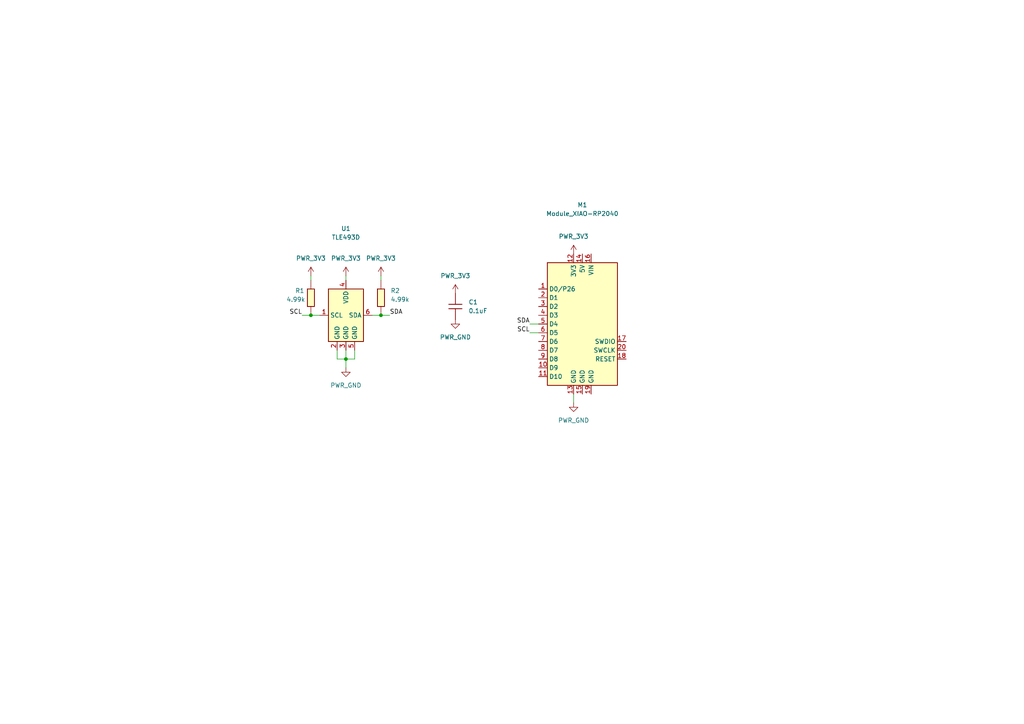
<source format=kicad_sch>
(kicad_sch (version 20250114) (generator "eeschema") (generator_version "9.0")
  (paper "A4")
  (lib_symbols
    (symbol "fab:C_1206" (pin_numbers (hide yes))
      (property "Reference" "C" (at 0.635 2.54 0))
      (property "Value" "C_1206" (at 0.635 -2.54 0))
      (symbol "C_1206_1_1"
        (polyline (pts (xy -1.905 0.635) (xy 1.905 0.635)) (stroke (width 0.25)))
        (polyline (pts (xy -1.905 -0.635) (xy 1.905 -0.635)) (stroke (width 0.25)))
        (pin passive line (at 0 3.81 270) (length 3.175) (name "~") (number "1"))
        (pin passive line (at 0 -3.81 90) (length 3.175) (name "~") (number "2"))
      )
    )
    (symbol "fab:Module_XIAO-RP2040"
      (property "Reference" "M1" (at 21.59 3.8802 0))
      (property "Value" "Module_XIAO-RP2040" (at 21.59 1.3402 0))
      (symbol "Module_XIAO-RP2040_1_1"
        (rectangle (start -10.16 20.32) (end 10.16 -15.24) (stroke (width 0.254)) (fill (type background)))
        (pin bidirectional line (at -12.7 12.7 0) (length 2.54) (name "D0/P26") (number "1"))
        (pin bidirectional line (at -12.7 10.16 0) (length 2.54) (name "D1") (number "2"))
        (pin bidirectional line (at -12.7 7.62 0) (length 2.54) (name "D2") (number "3"))
        (pin bidirectional line (at -12.7 5.08 0) (length 2.54) (name "D3") (number "4"))
        (pin bidirectional line (at -12.7 2.54 0) (length 2.54) (name "D4") (number "5"))
        (pin bidirectional line (at -12.7 0 0) (length 2.54) (name "D5") (number "6"))
        (pin bidirectional line (at -12.7 -2.54 0) (length 2.54) (name "D6") (number "7"))
        (pin bidirectional line (at -12.7 -5.08 0) (length 2.54) (name "D7") (number "8"))
        (pin bidirectional line (at -12.7 -7.62 0) (length 2.54) (name "D8") (number "9"))
        (pin bidirectional line (at -12.7 -10.16 0) (length 2.54) (name "D9") (number "10"))
        (pin bidirectional line (at -12.7 -12.7 0) (length 2.54) (name "D10") (number "11"))
        (pin power_in line (at -2.54 22.86 270) (length 2.54) (name "3V3") (number "12"))
        (pin power_in line (at -2.54 -17.78 90) (length 2.54) (name "GND") (number "13"))
        (pin power_in line (at 0 22.86 270) (length 2.54) (name "5V") (number "14"))
        (pin power_in line (at 0 -17.78 90) (length 2.54) (name "GND") (number "15"))
        (pin power_in line (at 2.54 22.86 270) (length 2.54) (name "VIN") (number "16"))
        (pin power_in line (at 2.54 -17.78 90) (length 2.54) (name "GND") (number "19"))
        (pin bidirectional line (at 12.7 -2.54 180) (length 2.54) (name "SWDIO") (number "17"))
        (pin input line (at 12.7 -5.08 180) (length 2.54) (name "SWCLK") (number "20"))
        (pin input line (at 12.7 -7.62 180) (length 2.54) (name "RESET") (number "18"))
      )
    )
    (symbol "fab:PWR_3V3" (power) (pin_names (offset 0))
      (property "Value" "PWR_3V3" (at 0 3.556 0))
      (symbol "PWR_3V3_0_1"
        (polyline (pts (xy -0.762 1.27) (xy 0 2.54)))
        (polyline (pts (xy 0 2.54) (xy 0.762 1.27)))
        (polyline (pts (xy 0 0) (xy 0 2.54)))
      )
      (symbol "PWR_3V3_1_1"
        (pin power_in line (at 0 0 90) (length 0) (hide yes) (name "PWR_3V3") (number "1"))
      )
    )
    (symbol "fab:PWR_GND" (power) (pin_names (offset 0))
      (property "Value" "PWR_GND" (at 0 -3.81 0))
      (symbol "PWR_GND_0_1"
        (polyline (pts (xy 0 0) (xy 0 -1.27) (xy 1.27 -1.27) (xy 0 -2.54) (xy -1.27 -1.27) (xy 0 -1.27)))
      )
      (symbol "PWR_GND_1_1"
        (pin power_in line (at 0 0 270) (length 0) (hide yes) (name "PWR_GND") (number "1"))
      )
    )
    (symbol "fab:R_1206" (pin_numbers (hide yes)) (pin_names (offset 0))
      (property "Reference" "R" (at 2.54 0 90))
      (property "Value" "R_1206" (at -2.54 0 90))
      (symbol "R_1206_0_1"
        (rectangle (start -1.016 -2.54) (end 1.016 2.54) (stroke (width 0.254)) (fill (type background)))
      )
      (symbol "R_1206_1_1"
        (pin passive line (at 0 5.08 270) (length 2.54) (name "~") (number "1"))
        (pin passive line (at 0 -5.08 90) (length 2.54) (name "~") (number "2"))
      )
    )
    (symbol "fab:Sensor_HallEffect_XYZ"
      (property "Reference" "U" (at -5.08 8.89 0))
      (property "Value" "Sensor_HallEffect_XYZ" (at 1.27 8.89 0))
      (symbol "Sensor_HallEffect_XYZ_0_1"
        (rectangle (start 5.08 7.62) (end -5.08 -7.62) (stroke (width 0.254)) (fill (type background)))
      )
      (symbol "Sensor_HallEffect_XYZ_1_1"
        (pin input line (at -7.62 0 0) (length 2.54) (name "SCL") (number "1"))
        (pin power_in line (at -2.54 -10.16 90) (length 2.54) (name "GND") (number "2"))
        (pin power_in line (at 0 10.16 270) (length 2.54) (name "VDD") (number "4"))
        (pin power_in line (at 0 -10.16 90) (length 2.54) (name "GND") (number "3"))
        (pin power_in line (at 2.54 -10.16 90) (length 2.54) (name "GND") (number "5"))
        (pin bidirectional line (at 7.62 0 180) (length 2.54) (name "SDA") (number "6"))
      )
    )
  )
  (junction (at 110.49 91.44))
  (junction (at 100.33 104.14))
  (junction (at 90.17 91.44))
  (wire (pts (xy 97.79 101.6) (xy 97.79 104.14)))
  (wire (pts (xy 100.33 106.68) (xy 100.33 104.14)))
  (wire (pts (xy 87.63 91.44) (xy 90.17 91.44)))
  (wire (pts (xy 110.49 91.44) (xy 113.03 91.44)))
  (wire (pts (xy 100.33 80.01) (xy 100.33 81.28)))
  (wire (pts (xy 90.17 91.44) (xy 92.71 91.44)))
  (wire (pts (xy 110.49 80.01) (xy 110.49 81.28)))
  (wire (pts (xy 107.95 91.44) (xy 110.49 91.44)))
  (wire (pts (xy 166.37 116.84) (xy 166.37 114.3)))
  (wire (pts (xy 97.79 104.14) (xy 100.33 104.14)))
  (wire (pts (xy 153.67 93.98) (xy 156.21 93.98)))
  (wire (pts (xy 153.67 96.52) (xy 156.21 96.52)))
  (wire (pts (xy 102.87 101.6) (xy 102.87 104.14)))
  (wire (pts (xy 90.17 80.01) (xy 90.17 81.28)))
  (wire (pts (xy 100.33 104.14) (xy 100.33 101.6)))
  (wire (pts (xy 102.87 104.14) (xy 100.33 104.14)))
  (label "SDA" (at 153.67 93.98 180))
  (label "SCL" (at 87.63 91.44 180))
  (label "SDA" (at 113.03 91.44 0))
  (label "SCL" (at 153.67 96.52 180))
  (symbol (lib_id "fab:Sensor_HallEffect_XYZ") (at 100.33 91.44 0) (unit 1)
    (property "Reference" "U1" (at 100.33 66.294 0))
    (property "Value" "TLE493D" (at 100.33 68.834 0))
    (property "Footprint" "fab:TSOT-23-6-mag" (effects (hide yes)))
    (property "Datasheet" "https://media.digikey.com/pdf/Data%20Sheets/Infineon%20PDFs/TLE493D-A2B6_V1.3_4-9-19.pdf" (effects (hide yes)))
    (property "Description" "Low Power 3D Hall Sensor with I2C Interface" (effects (hide yes)))
  )
  (symbol (lib_id "fab:PWR_3V3") (at 110.49 80.01 0) (unit 1)
    (property "Reference" "#PWR05" (effects (hide yes)))
    (property "Value" "PWR_3V3" (at 110.49 74.93 0))
    (property "Description" "Power symbol creates a global label with name \"+3V3\"" (effects (hide yes)))
  )
  (symbol (lib_id "fab:PWR_3V3") (at 100.33 80.01 0) (unit 1)
    (property "Reference" "#PWR01" (effects (hide yes)))
    (property "Value" "PWR_3V3" (at 100.33 74.93 0))
    (property "Description" "Power symbol creates a global label with name \"+3V3\"" (effects (hide yes)))
  )
  (symbol (lib_id "fab:PWR_3V3") (at 132.08 85.09 0) (unit 1)
    (property "Reference" "#PWR07" (effects (hide yes)))
    (property "Value" "PWR_3V3" (at 132.08 80.01 0))
    (property "Description" "Power symbol creates a global label with name \"+3V3\"" (effects (hide yes)))
  )
  (symbol (lib_id "fab:PWR_3V3") (at 166.37 73.66 0) (unit 1)
    (property "Reference" "#PWR03" (effects (hide yes)))
    (property "Value" "PWR_3V3" (at 166.37 68.58 0))
    (property "Description" "Power symbol creates a global label with name \"+3V3\"" (effects (hide yes)))
  )
  (symbol (lib_id "fab:PWR_GND") (at 166.37 116.84 0) (unit 1)
    (property "Reference" "#PWR04" (effects (hide yes)))
    (property "Value" "PWR_GND" (at 166.37 121.92 0))
    (property "Description" "Power symbol creates a global label with name \"GND\" , ground" (effects (hide yes)))
  )
  (symbol (lib_id "fab:R_1206") (at 110.49 86.36 0) (unit 1)
    (property "Reference" "R2" (at 113.284 84.328 0) (effects (justify left)))
    (property "Value" "4.99k" (at 113.284 86.868 0) (effects (justify left)))
    (property "Footprint" "fab:R_1206" (effects (hide yes)))
    (property "Description" "Resistor" (effects (hide yes)))
  )
  (symbol (lib_id "fab:PWR_3V3") (at 90.17 80.01 0) (unit 1)
    (property "Reference" "#PWR06" (effects (hide yes)))
    (property "Value" "PWR_3V3" (at 90.17 74.93 0))
    (property "Description" "Power symbol creates a global label with name \"+3V3\"" (effects (hide yes)))
  )
  (symbol (lib_id "fab:PWR_GND") (at 100.33 106.68 0) (unit 1)
    (property "Reference" "#PWR02" (effects (hide yes)))
    (property "Value" "PWR_GND" (at 100.33 111.76 0))
    (property "Description" "Power symbol creates a global label with name \"GND\" , ground" (effects (hide yes)))
  )
  (symbol (lib_id "fab:Module_XIAO-RP2040") (at 168.91 96.52 0) (unit 1)
    (property "Reference" "M1" (at 168.91 59.436 0))
    (property "Value" "Module_XIAO-RP2040" (at 168.91 61.976 0))
    (property "Footprint" "fab:SeeedStudio_XIAO_RP2040_smd" (effects (hide yes)))
    (property "Datasheet" "https://wiki.seeedstudio.com/XIAO-RP2040/" (effects (hide yes)))
    (property "Description" "RP2040 XIAO RP2040 - ARM® Dual-Core Cortex®-M0+ MCU 32-Bit Embedded Evaluation Board" (effects (hide yes)))
  )
  (symbol (lib_id "fab:C_1206") (at 132.08 88.9 0) (unit 1)
    (property "Reference" "C1" (at 135.89 87.6299 0) (effects (justify left)))
    (property "Value" "0.1uF" (at 135.89 90.1699 0) (effects (justify left)))
    (property "Footprint" "fab:C_1206" (effects (hide yes)))
    (property "Datasheet" "https://www.yageo.com/upload/media/product/productsearch/datasheet/mlcc/UPY-GP_NP0_16V-to-50V_18.pdf" (effects (hide yes)))
    (property "Description" "Unpolarized capacitor, SMD, 1206" (effects (hide yes)))
  )
  (symbol (lib_id "fab:PWR_GND") (at 132.08 92.71 0) (unit 1)
    (property "Reference" "#PWR08" (effects (hide yes)))
    (property "Value" "PWR_GND" (at 132.08 97.79 0))
    (property "Description" "Power symbol creates a global label with name \"GND\" , ground" (effects (hide yes)))
  )
  (symbol (lib_id "fab:R_1206") (at 90.17 86.36 0) (unit 1)
    (property "Reference" "R1" (at 85.598 84.328 0) (effects (justify left)))
    (property "Value" "4.99k" (at 83.058 86.868 0) (effects (justify left)))
    (property "Footprint" "fab:R_1206" (effects (hide yes)))
    (property "Description" "Resistor" (effects (hide yes)))
  )
)
</source>
